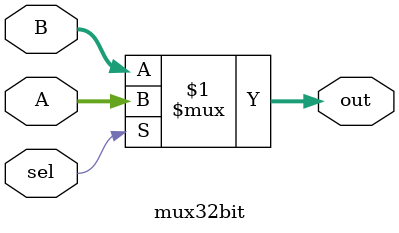
<source format=v>
module mux32bit(input [31:0]A,B,input sel,output [31:0]out);
assign out=sel?A:B;
endmodule
</source>
